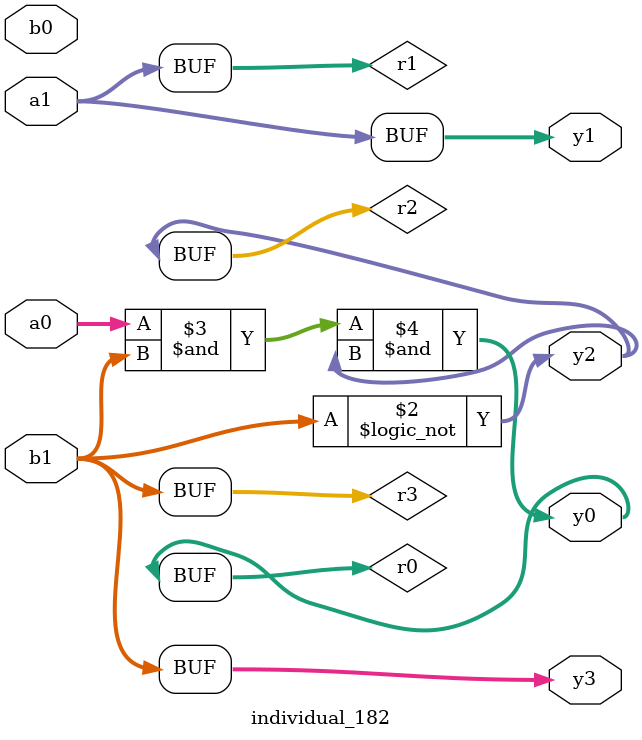
<source format=sv>
module individual_182(input logic [15:0] a1, input logic [15:0] a0, input logic [15:0] b1, input logic [15:0] b0, output logic [15:0] y3, output logic [15:0] y2, output logic [15:0] y1, output logic [15:0] y0);
logic [15:0] r0, r1, r2, r3; 
 always@(*) begin 
	 r0 = a0; r1 = a1; r2 = b0; r3 = b1; 
 	 r2 = ! b1 ;
 	 r0  &=  r3 ;
 	 r0  &=  r2 ;
 	 y3 = r3; y2 = r2; y1 = r1; y0 = r0; 
end
endmodule
</source>
